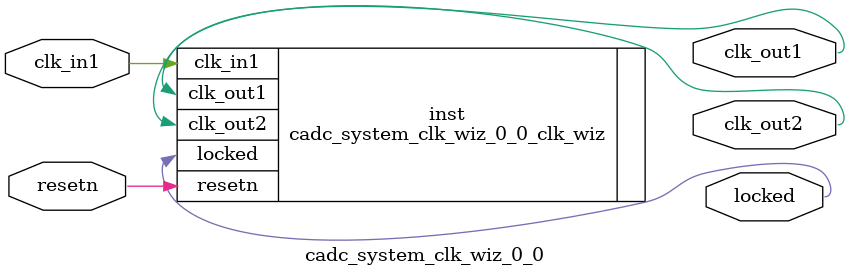
<source format=v>


`timescale 1ps/1ps

(* CORE_GENERATION_INFO = "cadc_system_clk_wiz_0_0,clk_wiz_v6_0_16_0_0,{component_name=cadc_system_clk_wiz_0_0,use_phase_alignment=true,use_min_o_jitter=false,use_max_i_jitter=false,use_dyn_phase_shift=false,use_inclk_switchover=false,use_dyn_reconfig=false,enable_axi=0,feedback_source=FDBK_AUTO,PRIMITIVE=MMCM,num_out_clk=2,clkin1_period=83.333,clkin2_period=10.0,use_power_down=false,use_reset=true,use_locked=true,use_inclk_stopped=false,feedback_type=SINGLE,CLOCK_MGR_TYPE=NA,manual_override=false}" *)

module cadc_system_clk_wiz_0_0 
 (
  // Clock out ports
  output        clk_out1,
  output        clk_out2,
  // Status and control signals
  input         resetn,
  output        locked,
 // Clock in ports
  input         clk_in1
 );

  cadc_system_clk_wiz_0_0_clk_wiz inst
  (
  // Clock out ports  
  .clk_out1(clk_out1),
  .clk_out2(clk_out2),
  // Status and control signals               
  .resetn(resetn), 
  .locked(locked),
 // Clock in ports
  .clk_in1(clk_in1)
  );

endmodule

</source>
